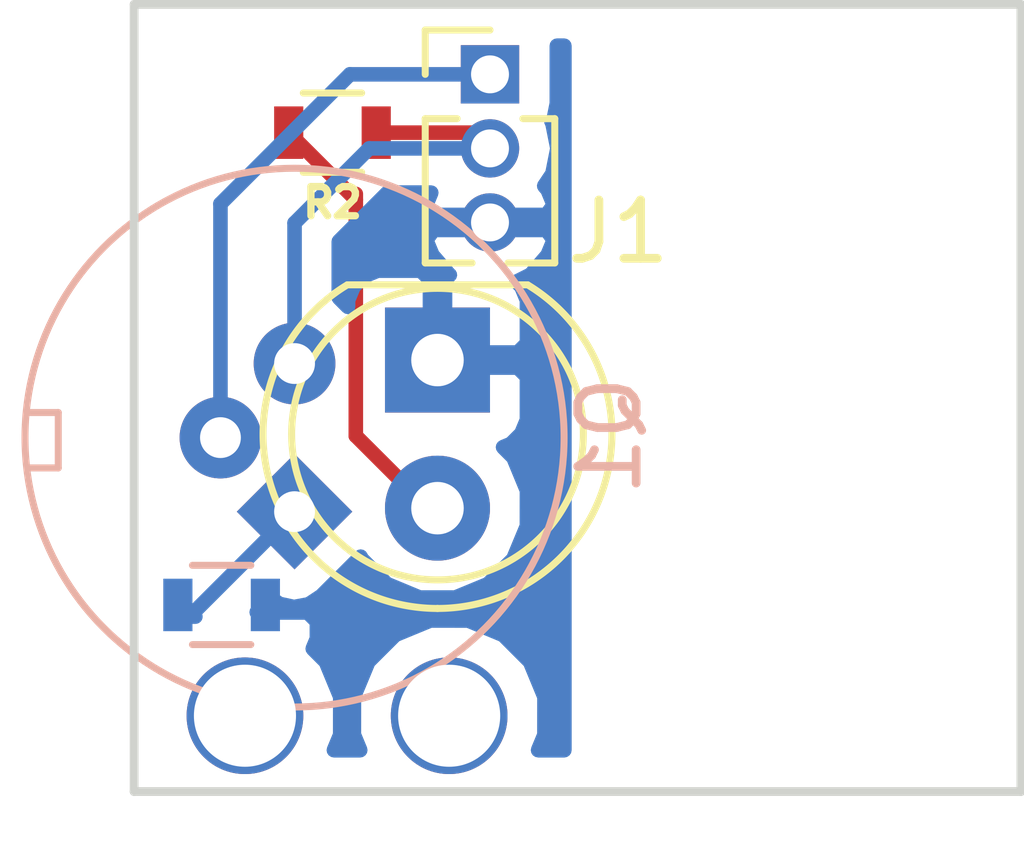
<source format=kicad_pcb>
(kicad_pcb (version 4) (host pcbnew 4.0.7-e2-6376~58~ubuntu16.04.1)

  (general
    (links 7)
    (no_connects 0)
    (area 96.415 99.765 115.275001 116.235)
    (thickness 1.6)
    (drawings 4)
    (tracks 14)
    (zones 0)
    (modules 7)
    (nets 6)
  )

  (page A4)
  (layers
    (0 F.Cu signal)
    (31 B.Cu signal)
    (32 B.Adhes user)
    (33 F.Adhes user)
    (34 B.Paste user)
    (35 F.Paste user)
    (36 B.SilkS user)
    (37 F.SilkS user)
    (38 B.Mask user)
    (39 F.Mask user)
    (40 Dwgs.User user)
    (41 Cmts.User user)
    (42 Eco1.User user)
    (43 Eco2.User user)
    (44 Edge.Cuts user)
    (45 Margin user)
    (46 B.CrtYd user hide)
    (47 F.CrtYd user hide)
    (48 B.Fab user hide)
    (49 F.Fab user hide)
  )

  (setup
    (last_trace_width 0.25)
    (trace_clearance 0.16)
    (zone_clearance 0.508)
    (zone_45_only no)
    (trace_min 0.2)
    (segment_width 0.2)
    (edge_width 0.15)
    (via_size 0.6)
    (via_drill 0.4)
    (via_min_size 0.4)
    (via_min_drill 0.3)
    (uvia_size 0.3)
    (uvia_drill 0.1)
    (uvias_allowed no)
    (uvia_min_size 0.2)
    (uvia_min_drill 0.1)
    (pcb_text_width 0.3)
    (pcb_text_size 1.5 1.5)
    (mod_edge_width 0.15)
    (mod_text_size 1 1)
    (mod_text_width 0.15)
    (pad_size 2 2)
    (pad_drill 1.75)
    (pad_to_mask_clearance 0.2)
    (aux_axis_origin 0 0)
    (visible_elements FFFFFF7F)
    (pcbplotparams
      (layerselection 0x010f0_80000001)
      (usegerberextensions false)
      (excludeedgelayer true)
      (linewidth 0.050000)
      (plotframeref false)
      (viasonmask false)
      (mode 1)
      (useauxorigin false)
      (hpglpennumber 1)
      (hpglpenspeed 20)
      (hpglpendiameter 15)
      (hpglpenoverlay 2)
      (psnegative false)
      (psa4output false)
      (plotreference true)
      (plotvalue true)
      (plotinvisibletext false)
      (padsonsilk false)
      (subtractmaskfromsilk false)
      (outputformat 1)
      (mirror false)
      (drillshape 0)
      (scaleselection 1)
      (outputdirectory /home/peter/Projects/sm/Smartmouse_pcbs_2018/sensor_board/gerber/))
  )

  (net 0 "")
  (net 1 GND)
  (net 2 "Net-(D1-Pad2)")
  (net 3 /5v_enable)
  (net 4 /analog)
  (net 5 "Net-(Q1-Pad1)")

  (net_class Default "This is the default net class."
    (clearance 0.16)
    (trace_width 0.25)
    (via_dia 0.6)
    (via_drill 0.4)
    (uvia_dia 0.3)
    (uvia_drill 0.1)
    (add_net /5v_enable)
    (add_net /analog)
    (add_net GND)
    (add_net "Net-(D1-Pad2)")
    (add_net "Net-(Q1-Pad1)")
  )

  (module Resistors_SMD:R_0603 (layer B.Cu) (tedit 5AA9A86D) (tstamp 5AA968F0)
    (at 101.5 110.3)
    (descr "Resistor SMD 0603, reflow soldering, Vishay (see dcrcw.pdf)")
    (tags "resistor 0603")
    (path /5AA9642B)
    (attr smd)
    (fp_text reference R1 (at -0.1 1.1) (layer B.SilkS) hide
      (effects (font (size 0.5 0.5) (thickness 0.125)) (justify mirror))
    )
    (fp_text value R (at 0 -1.5) (layer B.Fab)
      (effects (font (size 1 1) (thickness 0.15)) (justify mirror))
    )
    (fp_text user %R (at 0 0) (layer B.Fab)
      (effects (font (size 0.4 0.4) (thickness 0.075)) (justify mirror))
    )
    (fp_line (start -0.8 -0.4) (end -0.8 0.4) (layer B.Fab) (width 0.1))
    (fp_line (start 0.8 -0.4) (end -0.8 -0.4) (layer B.Fab) (width 0.1))
    (fp_line (start 0.8 0.4) (end 0.8 -0.4) (layer B.Fab) (width 0.1))
    (fp_line (start -0.8 0.4) (end 0.8 0.4) (layer B.Fab) (width 0.1))
    (fp_line (start 0.5 -0.68) (end -0.5 -0.68) (layer B.SilkS) (width 0.12))
    (fp_line (start -0.5 0.68) (end 0.5 0.68) (layer B.SilkS) (width 0.12))
    (fp_line (start -1.25 0.7) (end 1.25 0.7) (layer B.CrtYd) (width 0.05))
    (fp_line (start -1.25 0.7) (end -1.25 -0.7) (layer B.CrtYd) (width 0.05))
    (fp_line (start 1.25 -0.7) (end 1.25 0.7) (layer B.CrtYd) (width 0.05))
    (fp_line (start 1.25 -0.7) (end -1.25 -0.7) (layer B.CrtYd) (width 0.05))
    (pad 1 smd rect (at -0.75 0) (size 0.5 0.9) (layers B.Cu B.Paste B.Mask)
      (net 5 "Net-(Q1-Pad1)"))
    (pad 2 smd rect (at 0.75 0) (size 0.5 0.9) (layers B.Cu B.Paste B.Mask)
      (net 1 GND))
    (model Resistor_SMD.3dshapes/R_0603_1608Metric.wrl
      (at (xyz 0 0 0))
      (scale (xyz 1 1 1))
      (rotate (xyz 0 0 0))
    )
  )

  (module LEDs:LED_D5.0mm (layer F.Cu) (tedit 5AA99DC6) (tstamp 5AA968DC)
    (at 105.2 106.1 270)
    (descr "LED, diameter 5.0mm, 2 pins, http://cdn-reichelt.de/documents/datenblatt/A500/LL-504BC2E-009.pdf")
    (tags "LED diameter 5.0mm 2 pins")
    (path /5AA964A2)
    (fp_text reference D1 (at 4.35 -1.25 270) (layer F.SilkS) hide
      (effects (font (size 1 1) (thickness 0.15)))
    )
    (fp_text value LED (at 1.27 3.96 270) (layer F.Fab)
      (effects (font (size 1 1) (thickness 0.15)))
    )
    (fp_arc (start 1.27 0) (end -1.23 -1.469694) (angle 299.1) (layer F.Fab) (width 0.1))
    (fp_arc (start 1.27 0) (end -1.29 -1.54483) (angle 148.9) (layer F.SilkS) (width 0.12))
    (fp_arc (start 1.27 0) (end -1.29 1.54483) (angle -148.9) (layer F.SilkS) (width 0.12))
    (fp_circle (center 1.27 0) (end 3.77 0) (layer F.Fab) (width 0.1))
    (fp_circle (center 1.27 0) (end 3.77 0) (layer F.SilkS) (width 0.12))
    (fp_line (start -1.23 -1.469694) (end -1.23 1.469694) (layer F.Fab) (width 0.1))
    (fp_line (start -1.29 -1.545) (end -1.29 1.545) (layer F.SilkS) (width 0.12))
    (fp_line (start -1.95 -3.25) (end -1.95 3.25) (layer F.CrtYd) (width 0.05))
    (fp_line (start -1.95 3.25) (end 4.5 3.25) (layer F.CrtYd) (width 0.05))
    (fp_line (start 4.5 3.25) (end 4.5 -3.25) (layer F.CrtYd) (width 0.05))
    (fp_line (start 4.5 -3.25) (end -1.95 -3.25) (layer F.CrtYd) (width 0.05))
    (fp_text user %R (at 1.25 0 270) (layer F.Fab)
      (effects (font (size 0.8 0.8) (thickness 0.2)))
    )
    (pad 1 thru_hole rect (at 0 0 270) (size 1.8 1.8) (drill 0.9) (layers *.Cu *.Mask)
      (net 1 GND))
    (pad 2 thru_hole circle (at 2.54 0 270) (size 1.8 1.8) (drill 0.9) (layers *.Cu *.Mask)
      (net 2 "Net-(D1-Pad2)"))
    (model ${KISYS3DMOD}/LED_THT.3dshapes/LED_D5.0mm_Horizontal_O1.27mm_Z3.0mm.wrl
      (at (xyz 0.1 0 0))
      (scale (xyz 1 1 1))
      (rotate (xyz 0 0 180))
    )
  )

  (module Resistors_SMD:R_0603 (layer F.Cu) (tedit 5AA99EF9) (tstamp 5AA968F6)
    (at 103.4 102.2 180)
    (descr "Resistor SMD 0603, reflow soldering, Vishay (see dcrcw.pdf)")
    (tags "resistor 0603")
    (path /5AA96454)
    (attr smd)
    (fp_text reference R2 (at 0 -1.2 180) (layer F.SilkS)
      (effects (font (size 0.5 0.5) (thickness 0.125)))
    )
    (fp_text value R (at 0 1.5 180) (layer F.Fab)
      (effects (font (size 1 1) (thickness 0.15)))
    )
    (fp_text user %R (at 0 0 180) (layer F.Fab)
      (effects (font (size 0.4 0.4) (thickness 0.075)))
    )
    (fp_line (start -0.8 0.4) (end -0.8 -0.4) (layer F.Fab) (width 0.1))
    (fp_line (start 0.8 0.4) (end -0.8 0.4) (layer F.Fab) (width 0.1))
    (fp_line (start 0.8 -0.4) (end 0.8 0.4) (layer F.Fab) (width 0.1))
    (fp_line (start -0.8 -0.4) (end 0.8 -0.4) (layer F.Fab) (width 0.1))
    (fp_line (start 0.5 0.68) (end -0.5 0.68) (layer F.SilkS) (width 0.12))
    (fp_line (start -0.5 -0.68) (end 0.5 -0.68) (layer F.SilkS) (width 0.12))
    (fp_line (start -1.25 -0.7) (end 1.25 -0.7) (layer F.CrtYd) (width 0.05))
    (fp_line (start -1.25 -0.7) (end -1.25 0.7) (layer F.CrtYd) (width 0.05))
    (fp_line (start 1.25 0.7) (end 1.25 -0.7) (layer F.CrtYd) (width 0.05))
    (fp_line (start 1.25 0.7) (end -1.25 0.7) (layer F.CrtYd) (width 0.05))
    (pad 1 smd rect (at -0.75 0 180) (size 0.5 0.9) (layers F.Cu F.Paste F.Mask)
      (net 3 /5v_enable))
    (pad 2 smd rect (at 0.75 0 180) (size 0.5 0.9) (layers F.Cu F.Paste F.Mask)
      (net 2 "Net-(D1-Pad2)"))
    (model Resistor_SMD.3dshapes/R_0603_1608Metric.wrl
      (at (xyz 0 0 0))
      (scale (xyz 1 1 1))
      (rotate (xyz 0 0 0))
    )
  )

  (module sensor_board_custom:1.5mm_mounting_hole (layer F.Cu) (tedit 5AA9C061) (tstamp 5AA99EBD)
    (at 102 112.2)
    (descr "module 1 pin (ou trou mecanique de percage)")
    (tags DEV)
    (fp_text reference REF** (at 0 -3.048) (layer F.SilkS) hide
      (effects (font (size 1 1) (thickness 0.15)))
    )
    (fp_text value 1pin (at 0 3) (layer F.Fab)
      (effects (font (size 1 1) (thickness 0.15)))
    )
    (fp_circle (center 0 0) (end 2 0.8) (layer F.Fab) (width 0.1))
    (fp_circle (center 0 0) (end 2.6 0) (layer F.CrtYd) (width 0.05))
    (pad "" np_thru_hole circle (at -0.1 0) (size 2 2) (drill 1.75) (layers *.Cu *.Mask))
  )

  (module sensor_board_custom:1.5mm_mounting_hole (layer F.Cu) (tedit 5AA9C05D) (tstamp 5AA99ECC)
    (at 105.5 112.2)
    (descr "module 1 pin (ou trou mecanique de percage)")
    (tags DEV)
    (fp_text reference REF** (at 0 -3.048) (layer F.SilkS) hide
      (effects (font (size 1 1) (thickness 0.15)))
    )
    (fp_text value 1pin (at 0 3) (layer F.Fab)
      (effects (font (size 1 1) (thickness 0.15)))
    )
    (fp_circle (center 0 0) (end 2 0.8) (layer F.Fab) (width 0.1))
    (fp_circle (center 0 0) (end 2.6 0) (layer F.CrtYd) (width 0.05))
    (pad "" np_thru_hole circle (at -0.1 0) (size 2 2) (drill 1.75) (layers *.Cu *.Mask))
  )

  (module "Opto-Devices:LaserDiode_TO5(D9)-3" (layer B.Cu) (tedit 588BCB74) (tstamp 5AA968EA)
    (at 102.75 108.7 90)
    (descr "Laser Diode, TO5-like (D=9mm), 3pin")
    (tags "Laser Diode TO5-like")
    (path /5AA97129)
    (fp_text reference Q1 (at 1.3 5.4 90) (layer B.SilkS)
      (effects (font (size 1 1) (thickness 0.15)) (justify mirror))
    )
    (fp_text value Q_Photo_NPN_EBC (at 1.27 -5.4 90) (layer B.Fab)
      (effects (font (size 1 1) (thickness 0.15)) (justify mirror))
    )
    (fp_line (start 0.75 -4.55) (end 0.75 -4.05) (layer B.SilkS) (width 0.12))
    (fp_line (start 0.75 -4.05) (end 1.7 -4.05) (layer B.SilkS) (width 0.12))
    (fp_line (start 1.7 -4.05) (end 1.7 -4.55) (layer B.SilkS) (width 0.12))
    (fp_line (start -2.83 0) (end -3.13 -0.4) (layer B.Fab) (width 0.1))
    (fp_line (start -2.83 0) (end -3.13 0.4) (layer B.Fab) (width 0.1))
    (fp_line (start 5.67 0.4) (end 5.37 0) (layer B.Fab) (width 0.1))
    (fp_line (start 5.37 0) (end 5.67 -0.4) (layer B.Fab) (width 0.1))
    (fp_line (start 0.77 -4.4) (end 0.77 -4.1) (layer B.Fab) (width 0.1))
    (fp_line (start 0.77 -4.1) (end 1.67 -4.1) (layer B.Fab) (width 0.1))
    (fp_line (start 1.67 -4.1) (end 1.67 -4.4) (layer B.Fab) (width 0.1))
    (fp_circle (center 1.27 0) (end -3.23 0) (layer B.Fab) (width 0.1))
    (fp_circle (center 1.27 0) (end 5.4 -2.86) (layer B.CrtYd) (width 0.05))
    (fp_circle (center 1.27 0) (end 4.47 0) (layer B.Fab) (width 0.1))
    (fp_circle (center 1.27 0) (end 4.92 0) (layer B.Fab) (width 0.1))
    (fp_circle (center 1.27 0) (end -3.35 0) (layer B.SilkS) (width 0.12))
    (pad 1 thru_hole rect (at 0 0 45) (size 1.4 1.4) (drill 0.7) (layers *.Cu *.Mask)
      (net 5 "Net-(Q1-Pad1)"))
    (pad 2 thru_hole circle (at 1.27 -1.27 90) (size 1.4 1.4) (drill 0.7) (layers *.Cu *.Mask)
      (net 4 /analog))
    (pad 3 thru_hole circle (at 2.54 0 90) (size 1.4 1.4) (drill 0.7) (layers *.Cu *.Mask)
      (net 3 /5v_enable))
    (model Package_TO_SOT_THT.3dshapes/TO-92_W4.0mm_StaggerEven_Horizontal_FlatSideDown.wrl
      (at (xyz 0.1 0 0))
      (scale (xyz 1 1 1))
      (rotate (xyz 0 0 180))
    )
  )

  (module Pin_Headers:Pin_Header_Straight_1x03_Pitch1.27mm (layer F.Cu) (tedit 5AA9B1C8) (tstamp 5AA9AE65)
    (at 106.1 101.2)
    (descr "Through hole straight pin header, 1x03, 1.27mm pitch, single row")
    (tags "Through hole pin header THT 1x03 1.27mm single row")
    (path /5AA96592)
    (fp_text reference J1 (at 2.2 2.7) (layer F.SilkS)
      (effects (font (size 1 1) (thickness 0.15)))
    )
    (fp_text value Conn_01x03 (at 0 4.235) (layer F.Fab)
      (effects (font (size 1 1) (thickness 0.15)))
    )
    (fp_line (start -0.525 -0.635) (end 1.05 -0.635) (layer F.Fab) (width 0.1))
    (fp_line (start 1.05 -0.635) (end 1.05 3.175) (layer F.Fab) (width 0.1))
    (fp_line (start 1.05 3.175) (end -1.05 3.175) (layer F.Fab) (width 0.1))
    (fp_line (start -1.05 3.175) (end -1.05 -0.11) (layer F.Fab) (width 0.1))
    (fp_line (start -1.05 -0.11) (end -0.525 -0.635) (layer F.Fab) (width 0.1))
    (fp_line (start -1.11 3.235) (end -0.30753 3.235) (layer F.SilkS) (width 0.12))
    (fp_line (start 0.30753 3.235) (end 1.11 3.235) (layer F.SilkS) (width 0.12))
    (fp_line (start -1.11 0.76) (end -1.11 3.235) (layer F.SilkS) (width 0.12))
    (fp_line (start 1.11 0.76) (end 1.11 3.235) (layer F.SilkS) (width 0.12))
    (fp_line (start -1.11 0.76) (end -0.563471 0.76) (layer F.SilkS) (width 0.12))
    (fp_line (start 0.563471 0.76) (end 1.11 0.76) (layer F.SilkS) (width 0.12))
    (fp_line (start -1.11 0) (end -1.11 -0.76) (layer F.SilkS) (width 0.12))
    (fp_line (start -1.11 -0.76) (end 0 -0.76) (layer F.SilkS) (width 0.12))
    (fp_line (start -1.55 -1.15) (end -1.55 3.7) (layer F.CrtYd) (width 0.05))
    (fp_line (start -1.55 3.7) (end 1.55 3.7) (layer F.CrtYd) (width 0.05))
    (fp_line (start 1.55 3.7) (end 1.55 -1.15) (layer F.CrtYd) (width 0.05))
    (fp_line (start 1.55 -1.15) (end -1.55 -1.15) (layer F.CrtYd) (width 0.05))
    (fp_text user %R (at 0 1.27 90) (layer F.Fab)
      (effects (font (size 1 1) (thickness 0.15)))
    )
    (pad 1 thru_hole rect (at 0 0) (size 1 1) (drill 0.65) (layers *.Cu *.Mask)
      (net 4 /analog))
    (pad 2 thru_hole oval (at 0 1.27) (size 1 1) (drill 0.65) (layers *.Cu *.Mask)
      (net 3 /5v_enable))
    (pad 3 thru_hole oval (at 0 2.54) (size 1 1) (drill 0.65) (layers *.Cu *.Mask)
      (net 1 GND))
    (model ${KISYS3DMOD}/Pin_Headers.3dshapes/Pin_Header_Straight_1x03_Pitch1.27mm.wrl
      (at (xyz 0 0 0))
      (scale (xyz 1 1 1))
      (rotate (xyz 0 0 0))
    )
  )

  (gr_line (start 100 100) (end 115.2 100) (angle 90) (layer Edge.Cuts) (width 0.15))
  (gr_line (start 100 113.5) (end 100 100) (angle 90) (layer Edge.Cuts) (width 0.15))
  (gr_line (start 115.2 113.5) (end 100 113.5) (angle 90) (layer Edge.Cuts) (width 0.15))
  (gr_line (start 115.2 100) (end 115.2 113.5) (angle 90) (layer Edge.Cuts) (width 0.15))

  (segment (start 105.2 108.64) (end 105.04 108.64) (width 0.25) (layer F.Cu) (net 2))
  (segment (start 105.04 108.64) (end 103.8 107.4) (width 0.25) (layer F.Cu) (net 2) (tstamp 5AA97AA4))
  (segment (start 103.8 107.4) (end 103.8 103.25) (width 0.25) (layer F.Cu) (net 2) (tstamp 5AA97AA5))
  (segment (start 103.8 103.35) (end 102.65 102.2) (width 0.25) (layer F.Cu) (net 2) (tstamp 5AA97AA7))
  (segment (start 105 108.64) (end 104.94 108.64) (width 0.25) (layer F.Cu) (net 2))
  (segment (start 102.75 106.16) (end 102.75 103.75) (width 0.25) (layer B.Cu) (net 3))
  (segment (start 104.03 102.47) (end 106.1 102.47) (width 0.25) (layer B.Cu) (net 3) (tstamp 5AA9B054))
  (segment (start 102.75 103.75) (end 104.03 102.47) (width 0.25) (layer B.Cu) (net 3) (tstamp 5AA9B04F))
  (segment (start 106.1 102.2) (end 104.15 102.2) (width 0.25) (layer F.Cu) (net 3))
  (segment (start 101.48 107.43) (end 101.48 103.42) (width 0.25) (layer B.Cu) (net 4))
  (segment (start 103.7 101.2) (end 106.1 101.2) (width 0.25) (layer B.Cu) (net 4) (tstamp 5AA9B082))
  (segment (start 101.48 103.42) (end 103.7 101.2) (width 0.25) (layer B.Cu) (net 4) (tstamp 5AA9B07E))
  (segment (start 100.75 110.5) (end 101.05 110.5) (width 0.25) (layer B.Cu) (net 5))
  (segment (start 101.05 110.4) (end 102.75 108.7) (width 0.25) (layer B.Cu) (net 5) (tstamp 5AA9A82E))

  (zone (net 1) (net_name GND) (layer B.Cu) (tstamp 5AA9766C) (hatch edge 0.508)
    (connect_pads (clearance 0.508))
    (min_thickness 0.254)
    (fill yes (arc_segments 16) (thermal_gap 0.508) (thermal_bridge_width 0.508))
    (polygon
      (pts
        (xy 107.5 113.3) (xy 100.3 113.3) (xy 100.3 100.2) (xy 107.5 100.2)
      )
    )
    (filled_polygon
      (pts
        (xy 107.373 112.79) (xy 106.925363 112.79) (xy 107.034716 112.526648) (xy 107.035284 111.876205) (xy 106.786894 111.275057)
        (xy 106.327363 110.814722) (xy 105.726648 110.565284) (xy 105.076205 110.564716) (xy 104.475057 110.813106) (xy 104.014722 111.272637)
        (xy 103.765284 111.873352) (xy 103.764716 112.523795) (xy 103.87471 112.79) (xy 103.425363 112.79) (xy 103.534716 112.526648)
        (xy 103.535284 111.876205) (xy 103.286894 111.275057) (xy 103.062813 111.050584) (xy 103.135 110.87631) (xy 103.135 110.58575)
        (xy 102.97625 110.427) (xy 102.375 110.427) (xy 102.375 110.447) (xy 102.125 110.447) (xy 102.125 110.427)
        (xy 102.103 110.427) (xy 102.103 110.421802) (xy 102.342601 110.182201) (xy 102.489894 110.282843) (xy 102.741056 110.337327)
        (xy 102.993627 110.289803) (xy 103.207809 110.147758) (xy 103.883098 109.472469) (xy 103.897932 109.508371) (xy 104.329357 109.940551)
        (xy 104.89333 110.174733) (xy 105.503991 110.175265) (xy 106.068371 109.942068) (xy 106.500551 109.510643) (xy 106.734733 108.94667)
        (xy 106.735265 108.336009) (xy 106.502068 107.771629) (xy 106.324908 107.594159) (xy 106.459699 107.538327) (xy 106.638327 107.359698)
        (xy 106.735 107.126309) (xy 106.735 106.38575) (xy 106.57625 106.227) (xy 105.327 106.227) (xy 105.327 106.247)
        (xy 105.073 106.247) (xy 105.073 106.227) (xy 105.053 106.227) (xy 105.053 105.973) (xy 105.073 105.973)
        (xy 105.073 104.72375) (xy 104.91425 104.565) (xy 104.17369 104.565) (xy 103.940301 104.661673) (xy 103.761673 104.840302)
        (xy 103.665 105.073691) (xy 103.665 105.186973) (xy 103.51 105.031703) (xy 103.51 104.064802) (xy 103.532928 104.041874)
        (xy 105.005881 104.041874) (xy 105.112873 104.300209) (xy 105.402396 104.635323) (xy 105.41107 104.63968) (xy 105.327 104.72375)
        (xy 105.327 105.973) (xy 106.57625 105.973) (xy 106.735 105.81425) (xy 106.735 105.073691) (xy 106.638327 104.840302)
        (xy 106.555153 104.757128) (xy 106.797604 104.635323) (xy 107.087127 104.300209) (xy 107.194119 104.041874) (xy 107.067954 103.867)
        (xy 106.227 103.867) (xy 106.227 103.887) (xy 105.973 103.887) (xy 105.973 103.867) (xy 105.132046 103.867)
        (xy 105.005881 104.041874) (xy 103.532928 104.041874) (xy 104.344802 103.23) (xy 105.092078 103.23) (xy 105.005881 103.438126)
        (xy 105.132046 103.613) (xy 105.973 103.613) (xy 105.973 103.593) (xy 106.017436 103.593) (xy 106.077764 103.605)
        (xy 106.122236 103.605) (xy 106.182564 103.593) (xy 106.227 103.593) (xy 106.227 103.613) (xy 107.067954 103.613)
        (xy 107.194119 103.438126) (xy 107.087127 103.179791) (xy 107.030549 103.114304) (xy 107.170839 102.904346) (xy 107.257236 102.47)
        (xy 107.170839 102.035654) (xy 107.155195 102.012241) (xy 107.196431 101.95189) (xy 107.24744 101.7) (xy 107.24744 100.71)
        (xy 107.373 100.71)
      )
    )
  )
)

</source>
